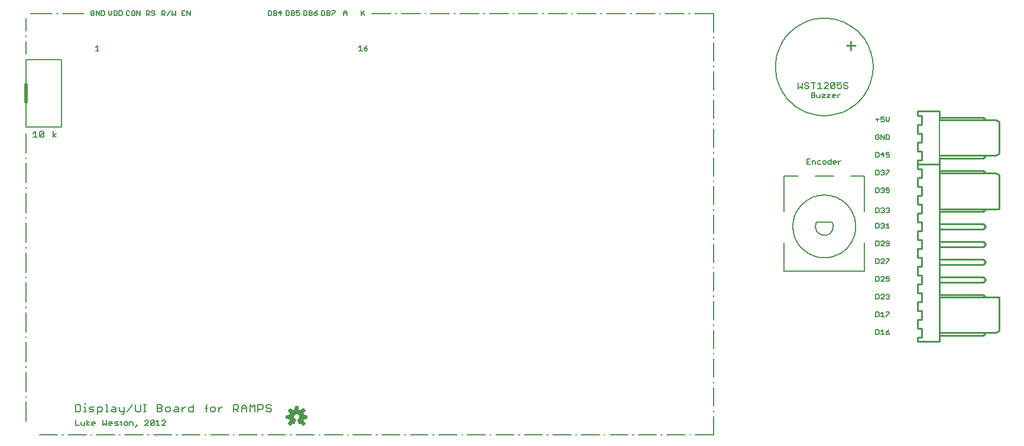
<source format=gto>
G75*
G70*
%OFA0B0*%
%FSLAX24Y24*%
%IPPOS*%
%LPD*%
%AMOC8*
5,1,8,0,0,1.08239X$1,22.5*
%
%ADD10C,0.0200*%
%ADD11C,0.0080*%
%ADD12C,0.0050*%
%ADD13C,0.0100*%
%ADD14C,0.0060*%
%ADD15C,0.0059*%
D10*
X000930Y019680D02*
X000930Y020680D01*
D11*
X001680Y000930D02*
X002697Y000930D01*
X002967Y000930D02*
X003018Y000930D01*
X003288Y000930D02*
X004305Y000930D01*
X004575Y000930D02*
X004626Y000930D01*
X004896Y000930D02*
X005913Y000930D01*
X006183Y000930D02*
X006234Y000930D01*
X006504Y000930D02*
X007521Y000930D01*
X007791Y000930D02*
X007842Y000930D01*
X008112Y000930D02*
X009129Y000930D01*
X009399Y000930D02*
X009450Y000930D01*
X009720Y000930D02*
X010737Y000930D01*
X011007Y000930D02*
X011058Y000930D01*
X011328Y000930D02*
X012345Y000930D01*
X012615Y000930D02*
X012666Y000930D01*
X012936Y000930D02*
X013953Y000930D01*
X014223Y000930D02*
X014274Y000930D01*
X014544Y000930D02*
X015561Y000930D01*
X015831Y000930D02*
X015882Y000930D01*
X016151Y000930D02*
X017169Y000930D01*
X017439Y000930D02*
X017490Y000930D01*
X017759Y000930D02*
X018777Y000930D01*
X019047Y000930D02*
X019098Y000930D01*
X019367Y000930D02*
X020385Y000930D01*
X020654Y000930D02*
X020706Y000930D01*
X020975Y000930D02*
X021993Y000930D01*
X022262Y000930D02*
X022313Y000930D01*
X022583Y000930D02*
X023601Y000930D01*
X023870Y000930D02*
X023921Y000930D01*
X024191Y000930D02*
X025209Y000930D01*
X025478Y000930D02*
X025529Y000930D01*
X025799Y000930D02*
X026816Y000930D01*
X027086Y000930D02*
X027137Y000930D01*
X027407Y000930D02*
X028424Y000930D01*
X028694Y000930D02*
X028745Y000930D01*
X029015Y000930D02*
X030032Y000930D01*
X030302Y000930D02*
X030353Y000930D01*
X030623Y000930D02*
X031640Y000930D01*
X031910Y000930D02*
X031961Y000930D01*
X032231Y000930D02*
X033248Y000930D01*
X033518Y000930D02*
X033569Y000930D01*
X033839Y000930D02*
X034856Y000930D01*
X035126Y000930D02*
X035177Y000930D01*
X035447Y000930D02*
X036464Y000930D01*
X036734Y000930D02*
X036785Y000930D01*
X037055Y000930D02*
X038072Y000930D01*
X038342Y000930D02*
X038393Y000930D01*
X038663Y000930D02*
X039680Y000930D01*
X039680Y001962D01*
X039680Y002232D02*
X039680Y002283D01*
X039680Y002553D02*
X039680Y003585D01*
X039680Y003855D02*
X039680Y003906D01*
X039680Y004175D02*
X039680Y005208D01*
X039680Y005477D02*
X039680Y005528D01*
X039680Y005798D02*
X039680Y006830D01*
X039680Y007100D02*
X039680Y007151D01*
X039680Y007421D02*
X039680Y008453D01*
X039680Y008723D02*
X039680Y008774D01*
X039680Y009044D02*
X039680Y010076D01*
X039680Y010345D02*
X039680Y010396D01*
X039680Y010666D02*
X039680Y011698D01*
X039680Y011968D02*
X039680Y012019D01*
X039680Y012289D02*
X039680Y013321D01*
X039680Y013591D02*
X039680Y013642D01*
X039680Y013912D02*
X039680Y014944D01*
X039680Y015214D02*
X039680Y015265D01*
X039680Y015534D02*
X039680Y016566D01*
X039680Y016836D02*
X039680Y016887D01*
X039680Y017157D02*
X039680Y018189D01*
X039680Y018459D02*
X039680Y018510D01*
X039680Y018780D02*
X039680Y019812D01*
X039680Y020082D02*
X039680Y020133D01*
X039680Y020402D02*
X039680Y021435D01*
X039680Y021704D02*
X039680Y021755D01*
X039680Y022025D02*
X039680Y023057D01*
X039680Y023327D02*
X039680Y023378D01*
X039680Y023648D02*
X039680Y024680D01*
X038617Y024680D01*
X038347Y024680D02*
X038296Y024680D01*
X038027Y024680D02*
X036964Y024680D01*
X036694Y024680D02*
X036643Y024680D01*
X036373Y024680D02*
X035310Y024680D01*
X035041Y024680D02*
X034990Y024680D01*
X034720Y024680D02*
X033657Y024680D01*
X033387Y024680D02*
X033336Y024680D01*
X033066Y024680D02*
X032004Y024680D01*
X031734Y024680D02*
X031683Y024680D01*
X031413Y024680D02*
X030350Y024680D01*
X030081Y024680D02*
X030029Y024680D01*
X029760Y024680D02*
X028697Y024680D01*
X028427Y024680D02*
X028376Y024680D01*
X028106Y024680D02*
X027044Y024680D01*
X026774Y024680D02*
X026723Y024680D01*
X026453Y024680D02*
X025390Y024680D01*
X025120Y024680D02*
X025069Y024680D01*
X024800Y024680D02*
X023737Y024680D01*
X023467Y024680D02*
X023416Y024680D01*
X023146Y024680D02*
X022083Y024680D01*
X021814Y024680D02*
X021763Y024680D01*
X021493Y024680D02*
X020430Y024680D01*
X004180Y024680D02*
X002975Y024680D01*
X002706Y024680D02*
X002654Y024680D01*
X002385Y024680D02*
X001180Y024680D01*
X000930Y024430D02*
X000930Y023725D01*
X000930Y023456D02*
X000930Y023404D01*
X000930Y023135D02*
X000930Y022430D01*
X000930Y017930D02*
X000930Y016836D01*
X000930Y016567D02*
X000930Y016516D01*
X000930Y016246D02*
X000930Y015152D01*
X000930Y014883D02*
X000930Y014832D01*
X000930Y014562D02*
X000930Y013468D01*
X000930Y013199D02*
X000930Y013148D01*
X000930Y012878D02*
X000930Y011784D01*
X000930Y011515D02*
X000930Y011464D01*
X000930Y011194D02*
X000930Y010100D01*
X000930Y009831D02*
X000930Y009779D01*
X000930Y009510D02*
X000930Y008416D01*
X000930Y008146D02*
X000930Y008095D01*
X000930Y007826D02*
X000930Y006732D01*
X000930Y006462D02*
X000930Y006411D01*
X000930Y006142D02*
X000930Y005048D01*
X000930Y004778D02*
X000930Y004727D01*
X000930Y004458D02*
X000930Y003364D01*
X000930Y003094D02*
X000930Y003043D01*
X000930Y002774D02*
X000930Y001680D01*
X003720Y002220D02*
X003930Y002220D01*
X004000Y002290D01*
X004000Y002570D01*
X003930Y002640D01*
X003720Y002640D01*
X003720Y002220D01*
X004180Y002220D02*
X004321Y002220D01*
X004250Y002220D02*
X004250Y002500D01*
X004180Y002500D01*
X004250Y002640D02*
X004250Y002710D01*
X004487Y002430D02*
X004557Y002500D01*
X004768Y002500D01*
X004698Y002360D02*
X004557Y002360D01*
X004487Y002430D01*
X004487Y002220D02*
X004698Y002220D01*
X004768Y002290D01*
X004698Y002360D01*
X004948Y002220D02*
X005158Y002220D01*
X005228Y002290D01*
X005228Y002430D01*
X005158Y002500D01*
X004948Y002500D01*
X004948Y002080D01*
X005408Y002220D02*
X005548Y002220D01*
X005478Y002220D02*
X005478Y002640D01*
X005408Y002640D01*
X005785Y002500D02*
X005925Y002500D01*
X005995Y002430D01*
X005995Y002220D01*
X005785Y002220D01*
X005715Y002290D01*
X005785Y002360D01*
X005995Y002360D01*
X006175Y002290D02*
X006245Y002220D01*
X006456Y002220D01*
X006456Y002150D02*
X006386Y002080D01*
X006316Y002080D01*
X006456Y002150D02*
X006456Y002500D01*
X006175Y002500D02*
X006175Y002290D01*
X006636Y002220D02*
X006916Y002640D01*
X007096Y002640D02*
X007096Y002290D01*
X007166Y002220D01*
X007306Y002220D01*
X007376Y002290D01*
X007376Y002640D01*
X007557Y002640D02*
X007697Y002640D01*
X007627Y002640D02*
X007627Y002220D01*
X007557Y002220D02*
X007697Y002220D01*
X008324Y002220D02*
X008534Y002220D01*
X008604Y002290D01*
X008604Y002360D01*
X008534Y002430D01*
X008324Y002430D01*
X008324Y002220D02*
X008324Y002640D01*
X008534Y002640D01*
X008604Y002570D01*
X008604Y002500D01*
X008534Y002430D01*
X008784Y002430D02*
X008784Y002290D01*
X008854Y002220D01*
X008994Y002220D01*
X009065Y002290D01*
X009065Y002430D01*
X008994Y002500D01*
X008854Y002500D01*
X008784Y002430D01*
X009245Y002290D02*
X009315Y002360D01*
X009525Y002360D01*
X009525Y002430D02*
X009525Y002220D01*
X009315Y002220D01*
X009245Y002290D01*
X009315Y002500D02*
X009455Y002500D01*
X009525Y002430D01*
X009705Y002360D02*
X009845Y002500D01*
X009915Y002500D01*
X010089Y002430D02*
X010089Y002290D01*
X010159Y002220D01*
X010369Y002220D01*
X010369Y002640D01*
X010369Y002500D02*
X010159Y002500D01*
X010089Y002430D01*
X009705Y002500D02*
X009705Y002220D01*
X011010Y002430D02*
X011150Y002430D01*
X011080Y002570D02*
X011150Y002640D01*
X011080Y002570D02*
X011080Y002220D01*
X011316Y002290D02*
X011316Y002430D01*
X011387Y002500D01*
X011527Y002500D01*
X011597Y002430D01*
X011597Y002290D01*
X011527Y002220D01*
X011387Y002220D01*
X011316Y002290D01*
X011777Y002220D02*
X011777Y002500D01*
X011777Y002360D02*
X011917Y002500D01*
X011987Y002500D01*
X012621Y002360D02*
X012831Y002360D01*
X012901Y002430D01*
X012901Y002570D01*
X012831Y002640D01*
X012621Y002640D01*
X012621Y002220D01*
X012761Y002360D02*
X012901Y002220D01*
X013081Y002220D02*
X013081Y002500D01*
X013221Y002640D01*
X013362Y002500D01*
X013362Y002220D01*
X013542Y002220D02*
X013542Y002640D01*
X013682Y002500D01*
X013822Y002640D01*
X013822Y002220D01*
X014002Y002220D02*
X014002Y002640D01*
X014212Y002640D01*
X014282Y002570D01*
X014282Y002430D01*
X014212Y002360D01*
X014002Y002360D01*
X014462Y002290D02*
X014533Y002220D01*
X014673Y002220D01*
X014743Y002290D01*
X014743Y002360D01*
X014673Y002430D01*
X014533Y002430D01*
X014462Y002500D01*
X014462Y002570D01*
X014533Y002640D01*
X014673Y002640D01*
X014743Y002570D01*
X013362Y002430D02*
X013081Y002430D01*
X043666Y010160D02*
X043666Y011765D01*
X045497Y012926D02*
X046363Y012926D01*
X044162Y012680D02*
X044164Y012767D01*
X044171Y012853D01*
X044181Y012939D01*
X044196Y013025D01*
X044215Y013110D01*
X044238Y013193D01*
X044265Y013276D01*
X044297Y013357D01*
X044332Y013436D01*
X044371Y013513D01*
X044414Y013589D01*
X044460Y013662D01*
X044510Y013733D01*
X044563Y013802D01*
X044620Y013867D01*
X044680Y013930D01*
X044743Y013990D01*
X044808Y014047D01*
X044877Y014100D01*
X044948Y014150D01*
X045021Y014196D01*
X045097Y014239D01*
X045174Y014278D01*
X045253Y014313D01*
X045334Y014345D01*
X045417Y014372D01*
X045500Y014395D01*
X045585Y014414D01*
X045671Y014429D01*
X045757Y014439D01*
X045843Y014446D01*
X045930Y014448D01*
X046017Y014446D01*
X046103Y014439D01*
X046189Y014429D01*
X046275Y014414D01*
X046360Y014395D01*
X046443Y014372D01*
X046526Y014345D01*
X046607Y014313D01*
X046686Y014278D01*
X046763Y014239D01*
X046839Y014196D01*
X046912Y014150D01*
X046983Y014100D01*
X047052Y014047D01*
X047117Y013990D01*
X047180Y013930D01*
X047240Y013867D01*
X047297Y013802D01*
X047350Y013733D01*
X047400Y013662D01*
X047446Y013589D01*
X047489Y013513D01*
X047528Y013436D01*
X047563Y013357D01*
X047595Y013276D01*
X047622Y013193D01*
X047645Y013110D01*
X047664Y013025D01*
X047679Y012939D01*
X047689Y012853D01*
X047696Y012767D01*
X047698Y012680D01*
X047696Y012593D01*
X047689Y012507D01*
X047679Y012421D01*
X047664Y012335D01*
X047645Y012250D01*
X047622Y012167D01*
X047595Y012084D01*
X047563Y012003D01*
X047528Y011924D01*
X047489Y011847D01*
X047446Y011771D01*
X047400Y011698D01*
X047350Y011627D01*
X047297Y011558D01*
X047240Y011493D01*
X047180Y011430D01*
X047117Y011370D01*
X047052Y011313D01*
X046983Y011260D01*
X046912Y011210D01*
X046839Y011164D01*
X046763Y011121D01*
X046686Y011082D01*
X046607Y011047D01*
X046526Y011015D01*
X046443Y010988D01*
X046360Y010965D01*
X046275Y010946D01*
X046189Y010931D01*
X046103Y010921D01*
X046017Y010914D01*
X045930Y010912D01*
X045843Y010914D01*
X045757Y010921D01*
X045671Y010931D01*
X045585Y010946D01*
X045500Y010965D01*
X045417Y010988D01*
X045334Y011015D01*
X045253Y011047D01*
X045174Y011082D01*
X045097Y011121D01*
X045021Y011164D01*
X044948Y011210D01*
X044877Y011260D01*
X044808Y011313D01*
X044743Y011370D01*
X044680Y011430D01*
X044620Y011493D01*
X044563Y011558D01*
X044510Y011627D01*
X044460Y011698D01*
X044414Y011771D01*
X044371Y011847D01*
X044332Y011924D01*
X044297Y012003D01*
X044265Y012084D01*
X044238Y012167D01*
X044215Y012250D01*
X044196Y012335D01*
X044181Y012421D01*
X044171Y012507D01*
X044164Y012593D01*
X044162Y012680D01*
X043666Y013535D02*
X043666Y015515D01*
X044444Y015515D01*
X045416Y015515D02*
X046444Y015515D01*
X047416Y015515D02*
X048194Y015515D01*
X048194Y013535D01*
X046363Y012926D02*
X046383Y012887D01*
X046399Y012847D01*
X046412Y012806D01*
X046421Y012764D01*
X046426Y012721D01*
X046428Y012677D01*
X046426Y012634D01*
X046420Y012591D01*
X046410Y012549D01*
X046397Y012508D01*
X046381Y012468D01*
X046360Y012430D01*
X046337Y012393D01*
X046311Y012359D01*
X046281Y012327D01*
X046249Y012298D01*
X046215Y012271D01*
X046178Y012248D01*
X046140Y012228D01*
X046100Y012212D01*
X046058Y012199D01*
X046016Y012190D01*
X045973Y012184D01*
X045930Y012182D01*
X045887Y012184D01*
X045844Y012190D01*
X045802Y012199D01*
X045760Y012212D01*
X045720Y012228D01*
X045682Y012248D01*
X045645Y012271D01*
X045611Y012298D01*
X045579Y012327D01*
X045549Y012359D01*
X045523Y012393D01*
X045500Y012430D01*
X045479Y012468D01*
X045463Y012508D01*
X045450Y012549D01*
X045440Y012591D01*
X045434Y012634D01*
X045432Y012677D01*
X045434Y012721D01*
X045439Y012764D01*
X045448Y012806D01*
X045461Y012847D01*
X045477Y012887D01*
X045497Y012926D01*
X048194Y011765D02*
X048194Y010160D01*
X043666Y010160D01*
D12*
X048830Y009850D02*
X048830Y009580D01*
X048965Y009580D01*
X049010Y009625D01*
X049010Y009805D01*
X048965Y009850D01*
X048830Y009850D01*
X049125Y009805D02*
X049170Y009850D01*
X049260Y009850D01*
X049305Y009805D01*
X049305Y009760D01*
X049125Y009580D01*
X049305Y009580D01*
X049419Y009625D02*
X049464Y009580D01*
X049554Y009580D01*
X049599Y009625D01*
X049599Y009715D01*
X049554Y009760D01*
X049509Y009760D01*
X049419Y009715D01*
X049419Y009850D01*
X049599Y009850D01*
X049419Y010580D02*
X049419Y010625D01*
X049599Y010805D01*
X049599Y010850D01*
X049419Y010850D01*
X049305Y010805D02*
X049260Y010850D01*
X049170Y010850D01*
X049125Y010805D01*
X049010Y010805D02*
X048965Y010850D01*
X048830Y010850D01*
X048830Y010580D01*
X048965Y010580D01*
X049010Y010625D01*
X049010Y010805D01*
X049125Y010580D02*
X049305Y010760D01*
X049305Y010805D01*
X049305Y010580D02*
X049125Y010580D01*
X049125Y011580D02*
X049305Y011760D01*
X049305Y011805D01*
X049260Y011850D01*
X049170Y011850D01*
X049125Y011805D01*
X049010Y011805D02*
X048965Y011850D01*
X048830Y011850D01*
X048830Y011580D01*
X048965Y011580D01*
X049010Y011625D01*
X049010Y011805D01*
X049125Y011580D02*
X049305Y011580D01*
X049419Y011625D02*
X049464Y011580D01*
X049554Y011580D01*
X049599Y011625D01*
X049599Y011805D01*
X049554Y011850D01*
X049464Y011850D01*
X049419Y011805D01*
X049419Y011760D01*
X049464Y011715D01*
X049599Y011715D01*
X049599Y012580D02*
X049419Y012580D01*
X049509Y012580D02*
X049509Y012850D01*
X049419Y012760D01*
X049305Y012760D02*
X049260Y012715D01*
X049305Y012670D01*
X049305Y012625D01*
X049260Y012580D01*
X049170Y012580D01*
X049125Y012625D01*
X049010Y012625D02*
X049010Y012805D01*
X048965Y012850D01*
X048830Y012850D01*
X048830Y012580D01*
X048965Y012580D01*
X049010Y012625D01*
X049125Y012805D02*
X049170Y012850D01*
X049260Y012850D01*
X049305Y012805D01*
X049305Y012760D01*
X049260Y012715D02*
X049215Y012715D01*
X049260Y013455D02*
X049170Y013455D01*
X049125Y013500D01*
X049010Y013500D02*
X049010Y013680D01*
X048965Y013725D01*
X048830Y013725D01*
X048830Y013455D01*
X048965Y013455D01*
X049010Y013500D01*
X049125Y013680D02*
X049170Y013725D01*
X049260Y013725D01*
X049305Y013680D01*
X049305Y013635D01*
X049260Y013590D01*
X049305Y013545D01*
X049305Y013500D01*
X049260Y013455D01*
X049260Y013590D02*
X049215Y013590D01*
X049419Y013500D02*
X049464Y013455D01*
X049554Y013455D01*
X049599Y013500D01*
X049599Y013545D01*
X049554Y013590D01*
X049509Y013590D01*
X049554Y013590D02*
X049599Y013635D01*
X049599Y013680D01*
X049554Y013725D01*
X049464Y013725D01*
X049419Y013680D01*
X049464Y014580D02*
X049419Y014625D01*
X049464Y014580D02*
X049554Y014580D01*
X049599Y014625D01*
X049599Y014715D01*
X049554Y014760D01*
X049509Y014760D01*
X049419Y014715D01*
X049419Y014850D01*
X049599Y014850D01*
X049305Y014805D02*
X049305Y014760D01*
X049260Y014715D01*
X049305Y014670D01*
X049305Y014625D01*
X049260Y014580D01*
X049170Y014580D01*
X049125Y014625D01*
X049010Y014625D02*
X049010Y014805D01*
X048965Y014850D01*
X048830Y014850D01*
X048830Y014580D01*
X048965Y014580D01*
X049010Y014625D01*
X049125Y014805D02*
X049170Y014850D01*
X049260Y014850D01*
X049305Y014805D01*
X049260Y014715D02*
X049215Y014715D01*
X049260Y015580D02*
X049170Y015580D01*
X049125Y015625D01*
X049010Y015625D02*
X049010Y015805D01*
X048965Y015850D01*
X048830Y015850D01*
X048830Y015580D01*
X048965Y015580D01*
X049010Y015625D01*
X049125Y015805D02*
X049170Y015850D01*
X049260Y015850D01*
X049305Y015805D01*
X049305Y015760D01*
X049260Y015715D01*
X049305Y015670D01*
X049305Y015625D01*
X049260Y015580D01*
X049260Y015715D02*
X049215Y015715D01*
X049419Y015625D02*
X049599Y015805D01*
X049599Y015850D01*
X049419Y015850D01*
X049419Y015625D02*
X049419Y015580D01*
X049464Y016580D02*
X049419Y016625D01*
X049464Y016580D02*
X049554Y016580D01*
X049599Y016625D01*
X049599Y016715D01*
X049554Y016760D01*
X049509Y016760D01*
X049419Y016715D01*
X049419Y016850D01*
X049599Y016850D01*
X049305Y016715D02*
X049125Y016715D01*
X049260Y016850D01*
X049260Y016580D01*
X049010Y016625D02*
X049010Y016805D01*
X048965Y016850D01*
X048830Y016850D01*
X048830Y016580D01*
X048965Y016580D01*
X049010Y016625D01*
X048965Y017580D02*
X049010Y017625D01*
X049010Y017715D01*
X048920Y017715D01*
X048830Y017625D02*
X048875Y017580D01*
X048965Y017580D01*
X048830Y017625D02*
X048830Y017805D01*
X048875Y017850D01*
X048965Y017850D01*
X049010Y017805D01*
X049125Y017850D02*
X049125Y017580D01*
X049305Y017580D02*
X049305Y017850D01*
X049419Y017850D02*
X049554Y017850D01*
X049599Y017805D01*
X049599Y017625D01*
X049554Y017580D01*
X049419Y017580D01*
X049419Y017850D01*
X049305Y017580D02*
X049125Y017850D01*
X049170Y018580D02*
X049125Y018625D01*
X049170Y018580D02*
X049260Y018580D01*
X049305Y018625D01*
X049305Y018715D01*
X049260Y018760D01*
X049215Y018760D01*
X049125Y018715D01*
X049125Y018850D01*
X049305Y018850D01*
X049419Y018850D02*
X049419Y018670D01*
X049509Y018580D01*
X049599Y018670D01*
X049599Y018850D01*
X049010Y018715D02*
X048830Y018715D01*
X048920Y018805D02*
X048920Y018625D01*
X046813Y020135D02*
X046768Y020135D01*
X046678Y020045D01*
X046678Y019955D02*
X046678Y020135D01*
X046564Y020090D02*
X046564Y020045D01*
X046384Y020045D01*
X046384Y020000D02*
X046384Y020090D01*
X046429Y020135D01*
X046519Y020135D01*
X046564Y020090D01*
X046519Y019955D02*
X046429Y019955D01*
X046384Y020000D01*
X046269Y019955D02*
X046089Y019955D01*
X046269Y020135D01*
X046089Y020135D01*
X045974Y020135D02*
X045794Y019955D01*
X045974Y019955D01*
X045974Y020135D02*
X045794Y020135D01*
X045680Y020135D02*
X045680Y019955D01*
X045545Y019955D01*
X045500Y020000D01*
X045500Y020135D01*
X045385Y020135D02*
X045340Y020090D01*
X045205Y020090D01*
X045205Y019955D02*
X045340Y019955D01*
X045385Y020000D01*
X045385Y020045D01*
X045340Y020090D01*
X045385Y020135D02*
X045385Y020180D01*
X045340Y020225D01*
X045205Y020225D01*
X045205Y019955D01*
X052430Y018680D02*
X052430Y016530D01*
X046858Y016385D02*
X046813Y016385D01*
X046723Y016295D01*
X046723Y016205D02*
X046723Y016385D01*
X046608Y016340D02*
X046608Y016295D01*
X046428Y016295D01*
X046428Y016250D02*
X046428Y016340D01*
X046473Y016385D01*
X046563Y016385D01*
X046608Y016340D01*
X046563Y016205D02*
X046473Y016205D01*
X046428Y016250D01*
X046314Y016205D02*
X046314Y016475D01*
X046314Y016385D02*
X046179Y016385D01*
X046134Y016340D01*
X046134Y016250D01*
X046179Y016205D01*
X046314Y016205D01*
X046019Y016250D02*
X046019Y016340D01*
X045974Y016385D01*
X045884Y016385D01*
X045839Y016340D01*
X045839Y016250D01*
X045884Y016205D01*
X045974Y016205D01*
X046019Y016250D01*
X045724Y016205D02*
X045589Y016205D01*
X045544Y016250D01*
X045544Y016340D01*
X045589Y016385D01*
X045724Y016385D01*
X045430Y016340D02*
X045430Y016205D01*
X045430Y016340D02*
X045385Y016385D01*
X045250Y016385D01*
X045250Y016205D01*
X045135Y016205D02*
X044955Y016205D01*
X044955Y016475D01*
X045135Y016475D01*
X045045Y016340D02*
X044955Y016340D01*
X052430Y013660D02*
X052430Y013530D01*
X049554Y008850D02*
X049599Y008805D01*
X049599Y008760D01*
X049554Y008715D01*
X049599Y008670D01*
X049599Y008625D01*
X049554Y008580D01*
X049464Y008580D01*
X049419Y008625D01*
X049305Y008580D02*
X049125Y008580D01*
X049305Y008760D01*
X049305Y008805D01*
X049260Y008850D01*
X049170Y008850D01*
X049125Y008805D01*
X049010Y008805D02*
X048965Y008850D01*
X048830Y008850D01*
X048830Y008580D01*
X048965Y008580D01*
X049010Y008625D01*
X049010Y008805D01*
X049419Y008805D02*
X049464Y008850D01*
X049554Y008850D01*
X049554Y008715D02*
X049509Y008715D01*
X049419Y007850D02*
X049599Y007850D01*
X049599Y007805D01*
X049419Y007625D01*
X049419Y007580D01*
X049305Y007580D02*
X049125Y007580D01*
X049215Y007580D02*
X049215Y007850D01*
X049125Y007760D01*
X049010Y007805D02*
X048965Y007850D01*
X048830Y007850D01*
X048830Y007580D01*
X048965Y007580D01*
X049010Y007625D01*
X049010Y007805D01*
X048965Y006850D02*
X048830Y006850D01*
X048830Y006580D01*
X048965Y006580D01*
X049010Y006625D01*
X049010Y006805D01*
X048965Y006850D01*
X049125Y006760D02*
X049215Y006850D01*
X049215Y006580D01*
X049125Y006580D02*
X049305Y006580D01*
X049419Y006625D02*
X049464Y006580D01*
X049554Y006580D01*
X049599Y006625D01*
X049599Y006670D01*
X049554Y006715D01*
X049419Y006715D01*
X049419Y006625D01*
X049419Y006715D02*
X049509Y006805D01*
X049599Y006850D01*
X020170Y022650D02*
X020125Y022605D01*
X020035Y022605D01*
X019990Y022650D01*
X019990Y022740D01*
X020125Y022740D01*
X020170Y022695D01*
X020170Y022650D01*
X020080Y022830D02*
X019990Y022740D01*
X020080Y022830D02*
X020170Y022875D01*
X019785Y022875D02*
X019785Y022605D01*
X019695Y022605D02*
X019875Y022605D01*
X019695Y022785D02*
X019785Y022875D01*
X019830Y024580D02*
X019830Y024850D01*
X019875Y024715D02*
X020010Y024580D01*
X019830Y024670D02*
X020010Y024850D01*
X019010Y024760D02*
X019010Y024580D01*
X019010Y024715D02*
X018830Y024715D01*
X018830Y024760D02*
X018920Y024850D01*
X019010Y024760D01*
X018830Y024760D02*
X018830Y024580D01*
X018349Y024805D02*
X018349Y024850D01*
X018169Y024850D01*
X018055Y024805D02*
X018010Y024850D01*
X017875Y024850D01*
X017875Y024580D01*
X018010Y024580D01*
X018055Y024625D01*
X018055Y024670D01*
X018010Y024715D01*
X017875Y024715D01*
X018010Y024715D02*
X018055Y024760D01*
X018055Y024805D01*
X018169Y024625D02*
X018169Y024580D01*
X018169Y024625D02*
X018349Y024805D01*
X017760Y024805D02*
X017715Y024850D01*
X017580Y024850D01*
X017580Y024580D01*
X017715Y024580D01*
X017760Y024625D01*
X017760Y024805D01*
X017349Y024850D02*
X017259Y024805D01*
X017169Y024715D01*
X017304Y024715D01*
X017349Y024670D01*
X017349Y024625D01*
X017304Y024580D01*
X017214Y024580D01*
X017169Y024625D01*
X017169Y024715D01*
X017055Y024670D02*
X017055Y024625D01*
X017010Y024580D01*
X016875Y024580D01*
X016875Y024850D01*
X017010Y024850D01*
X017055Y024805D01*
X017055Y024760D01*
X017010Y024715D01*
X016875Y024715D01*
X017010Y024715D02*
X017055Y024670D01*
X016760Y024625D02*
X016760Y024805D01*
X016715Y024850D01*
X016580Y024850D01*
X016580Y024580D01*
X016715Y024580D01*
X016760Y024625D01*
X016349Y024625D02*
X016304Y024580D01*
X016214Y024580D01*
X016169Y024625D01*
X016169Y024715D02*
X016259Y024760D01*
X016304Y024760D01*
X016349Y024715D01*
X016349Y024625D01*
X016169Y024715D02*
X016169Y024850D01*
X016349Y024850D01*
X016055Y024805D02*
X016055Y024760D01*
X016010Y024715D01*
X015875Y024715D01*
X016010Y024715D02*
X016055Y024670D01*
X016055Y024625D01*
X016010Y024580D01*
X015875Y024580D01*
X015875Y024850D01*
X016010Y024850D01*
X016055Y024805D01*
X015760Y024805D02*
X015715Y024850D01*
X015580Y024850D01*
X015580Y024580D01*
X015715Y024580D01*
X015760Y024625D01*
X015760Y024805D01*
X015349Y024715D02*
X015169Y024715D01*
X015304Y024850D01*
X015304Y024580D01*
X015055Y024625D02*
X015010Y024580D01*
X014875Y024580D01*
X014875Y024850D01*
X015010Y024850D01*
X015055Y024805D01*
X015055Y024760D01*
X015010Y024715D01*
X014875Y024715D01*
X015010Y024715D02*
X015055Y024670D01*
X015055Y024625D01*
X014760Y024625D02*
X014760Y024805D01*
X014715Y024850D01*
X014580Y024850D01*
X014580Y024580D01*
X014715Y024580D01*
X014760Y024625D01*
X010180Y024580D02*
X010180Y024850D01*
X010000Y024850D02*
X010000Y024580D01*
X009885Y024580D02*
X009705Y024580D01*
X009705Y024850D01*
X009885Y024850D01*
X010000Y024850D02*
X010180Y024580D01*
X009795Y024715D02*
X009705Y024715D01*
X009349Y024580D02*
X009349Y024850D01*
X009169Y024850D02*
X009169Y024580D01*
X009259Y024670D01*
X009349Y024580D01*
X009055Y024850D02*
X008875Y024580D01*
X008760Y024580D02*
X008670Y024670D01*
X008715Y024670D02*
X008580Y024670D01*
X008580Y024580D02*
X008580Y024850D01*
X008715Y024850D01*
X008760Y024805D01*
X008760Y024715D01*
X008715Y024670D01*
X008180Y024670D02*
X008180Y024625D01*
X008135Y024580D01*
X008045Y024580D01*
X008000Y024625D01*
X008045Y024715D02*
X008135Y024715D01*
X008180Y024670D01*
X008180Y024805D02*
X008135Y024850D01*
X008045Y024850D01*
X008000Y024805D01*
X008000Y024760D01*
X008045Y024715D01*
X007885Y024715D02*
X007840Y024670D01*
X007705Y024670D01*
X007705Y024580D02*
X007705Y024850D01*
X007840Y024850D01*
X007885Y024805D01*
X007885Y024715D01*
X007795Y024670D02*
X007885Y024580D01*
X007349Y024580D02*
X007349Y024850D01*
X007169Y024850D02*
X007169Y024580D01*
X007055Y024625D02*
X007055Y024805D01*
X007010Y024850D01*
X006920Y024850D01*
X006875Y024805D01*
X006875Y024625D01*
X006920Y024580D01*
X007010Y024580D01*
X007055Y024625D01*
X007169Y024850D02*
X007349Y024580D01*
X006760Y024625D02*
X006715Y024580D01*
X006625Y024580D01*
X006580Y024625D01*
X006580Y024805D01*
X006625Y024850D01*
X006715Y024850D01*
X006760Y024805D01*
X006349Y024805D02*
X006304Y024850D01*
X006169Y024850D01*
X006169Y024580D01*
X006304Y024580D01*
X006349Y024625D01*
X006349Y024805D01*
X006055Y024805D02*
X006010Y024850D01*
X005875Y024850D01*
X005875Y024580D01*
X006010Y024580D01*
X006055Y024625D01*
X006055Y024805D01*
X005760Y024850D02*
X005760Y024670D01*
X005670Y024580D01*
X005580Y024670D01*
X005580Y024850D01*
X005349Y024805D02*
X005304Y024850D01*
X005169Y024850D01*
X005169Y024580D01*
X005304Y024580D01*
X005349Y024625D01*
X005349Y024805D01*
X005055Y024850D02*
X005055Y024580D01*
X004875Y024850D01*
X004875Y024580D01*
X004760Y024625D02*
X004760Y024715D01*
X004670Y024715D01*
X004580Y024625D02*
X004625Y024580D01*
X004715Y024580D01*
X004760Y024625D01*
X004580Y024625D02*
X004580Y024805D01*
X004625Y024850D01*
X004715Y024850D01*
X004760Y024805D01*
X004945Y022875D02*
X004945Y022605D01*
X004855Y022605D02*
X005035Y022605D01*
X004855Y022785D02*
X004945Y022875D01*
X005263Y001755D02*
X005263Y001455D01*
X005363Y001555D01*
X005463Y001455D01*
X005463Y001755D01*
X005585Y001605D02*
X005635Y001655D01*
X005735Y001655D01*
X005785Y001605D01*
X005785Y001555D01*
X005585Y001555D01*
X005585Y001505D02*
X005585Y001605D01*
X005585Y001505D02*
X005635Y001455D01*
X005735Y001455D01*
X005907Y001455D02*
X006057Y001455D01*
X006107Y001505D01*
X006057Y001555D01*
X005957Y001555D01*
X005907Y001605D01*
X005957Y001655D01*
X006107Y001655D01*
X006229Y001655D02*
X006330Y001655D01*
X006280Y001705D02*
X006280Y001505D01*
X006330Y001455D01*
X006444Y001505D02*
X006494Y001455D01*
X006594Y001455D01*
X006645Y001505D01*
X006645Y001605D01*
X006594Y001655D01*
X006494Y001655D01*
X006444Y001605D01*
X006444Y001505D01*
X006767Y001455D02*
X006767Y001655D01*
X006917Y001655D01*
X006967Y001605D01*
X006967Y001455D01*
X007089Y001355D02*
X007189Y001455D01*
X007139Y001455D01*
X007139Y001505D01*
X007189Y001505D01*
X007189Y001455D01*
X007626Y001455D02*
X007826Y001655D01*
X007826Y001705D01*
X007776Y001755D01*
X007676Y001755D01*
X007626Y001705D01*
X007626Y001455D02*
X007826Y001455D01*
X007948Y001505D02*
X008148Y001705D01*
X008148Y001505D01*
X008098Y001455D01*
X007998Y001455D01*
X007948Y001505D01*
X007948Y001705D01*
X007998Y001755D01*
X008098Y001755D01*
X008148Y001705D01*
X008271Y001655D02*
X008371Y001755D01*
X008371Y001455D01*
X008271Y001455D02*
X008471Y001455D01*
X008593Y001455D02*
X008793Y001655D01*
X008793Y001705D01*
X008743Y001755D01*
X008643Y001755D01*
X008593Y001705D01*
X008593Y001455D02*
X008793Y001455D01*
X004818Y001555D02*
X004618Y001555D01*
X004618Y001505D02*
X004618Y001605D01*
X004668Y001655D01*
X004768Y001655D01*
X004818Y001605D01*
X004818Y001555D01*
X004768Y001455D02*
X004668Y001455D01*
X004618Y001505D01*
X004500Y001455D02*
X004350Y001555D01*
X004500Y001655D01*
X004350Y001755D02*
X004350Y001455D01*
X004227Y001455D02*
X004227Y001655D01*
X004027Y001655D02*
X004027Y001505D01*
X004077Y001455D01*
X004227Y001455D01*
X003905Y001455D02*
X003705Y001455D01*
X003705Y001755D01*
D13*
X047430Y022630D02*
X047430Y023130D01*
X047180Y022880D02*
X047680Y022880D01*
X051180Y019180D02*
X051180Y018930D01*
X051430Y018930D01*
X051430Y018430D01*
X051180Y018430D01*
X051180Y017930D01*
X051430Y017930D01*
X051430Y017430D01*
X051180Y017430D01*
X051180Y016930D01*
X051430Y016930D01*
X051430Y016430D01*
X051180Y016430D01*
X051180Y016180D01*
X052430Y016180D01*
X052430Y016530D01*
X054880Y016530D01*
X055020Y016660D01*
X055580Y016680D02*
X055780Y016780D01*
X055780Y017200D01*
X055780Y017160D02*
X055780Y018580D01*
X055580Y018680D01*
X052430Y018680D01*
X052430Y019180D01*
X051180Y019180D01*
X052430Y018830D02*
X054880Y018830D01*
X055020Y018700D01*
X055580Y016680D02*
X052430Y016680D01*
X052430Y016180D02*
X051180Y016180D01*
X051180Y015930D01*
X051430Y015930D01*
X051430Y015430D01*
X051180Y015430D01*
X051180Y014930D01*
X051430Y014930D01*
X051430Y014430D01*
X051180Y014430D01*
X051180Y013930D01*
X051430Y013930D01*
X051430Y013430D01*
X051180Y013430D01*
X051180Y012930D01*
X051430Y012930D01*
X051430Y012430D01*
X051180Y012430D01*
X051180Y011930D01*
X051430Y011930D01*
X051430Y011430D01*
X051180Y011430D01*
X051180Y010930D01*
X051430Y010930D01*
X051430Y010430D01*
X051180Y010430D01*
X051180Y009930D01*
X051430Y009930D01*
X051430Y009430D01*
X051180Y009430D01*
X051180Y008930D01*
X051430Y008930D01*
X051430Y008430D01*
X051180Y008430D01*
X051180Y007930D01*
X051430Y007930D01*
X051430Y007430D01*
X051180Y007430D01*
X051180Y006930D01*
X051430Y006930D01*
X051430Y006430D01*
X051180Y006430D01*
X051180Y006180D01*
X052430Y006180D01*
X052430Y006530D01*
X054880Y006530D01*
X055020Y006660D01*
X055580Y006680D02*
X055780Y006780D01*
X055780Y008700D01*
X052430Y008700D01*
X052430Y008830D02*
X054880Y008830D01*
X055020Y008700D01*
X054880Y009530D02*
X055020Y009660D01*
X055020Y009700D02*
X054880Y009830D01*
X052430Y009830D01*
X052430Y009530D02*
X054880Y009530D01*
X054880Y010530D02*
X055020Y010660D01*
X055020Y010700D02*
X054880Y010830D01*
X052430Y010830D01*
X052430Y010530D02*
X054880Y010530D01*
X054880Y011530D02*
X055020Y011660D01*
X055020Y011700D02*
X054880Y011830D01*
X052430Y011830D01*
X052430Y011530D02*
X054880Y011530D01*
X054880Y012530D02*
X055020Y012660D01*
X055020Y012700D02*
X054880Y012830D01*
X052430Y012830D01*
X052430Y012530D02*
X054880Y012530D01*
X054880Y013530D02*
X055020Y013660D01*
X052430Y013660D01*
X052430Y015680D01*
X055580Y015680D01*
X055780Y015580D01*
X055780Y013660D01*
X055020Y013660D01*
X054880Y013530D02*
X052430Y013530D01*
X052430Y012530D01*
X052430Y011530D01*
X052430Y010530D01*
X052430Y009530D01*
X052430Y006530D01*
X052430Y006680D02*
X055580Y006680D01*
X055020Y015700D02*
X054880Y015830D01*
X052430Y015830D01*
X052430Y015680D02*
X052430Y016180D01*
D14*
X047265Y020517D02*
X047208Y020460D01*
X047095Y020460D01*
X047038Y020517D01*
X047095Y020630D02*
X047208Y020630D01*
X047265Y020573D01*
X047265Y020517D01*
X047095Y020630D02*
X047038Y020687D01*
X047038Y020744D01*
X047095Y020800D01*
X047208Y020800D01*
X047265Y020744D01*
X046897Y020800D02*
X046670Y020800D01*
X046670Y020630D01*
X046783Y020687D01*
X046840Y020687D01*
X046897Y020630D01*
X046897Y020517D01*
X046840Y020460D01*
X046727Y020460D01*
X046670Y020517D01*
X046528Y020517D02*
X046472Y020460D01*
X046358Y020460D01*
X046302Y020517D01*
X046528Y020744D01*
X046528Y020517D01*
X046302Y020517D02*
X046302Y020744D01*
X046358Y020800D01*
X046472Y020800D01*
X046528Y020744D01*
X046160Y020744D02*
X046160Y020687D01*
X045933Y020460D01*
X046160Y020460D01*
X046160Y020744D02*
X046103Y020800D01*
X045990Y020800D01*
X045933Y020744D01*
X045678Y020800D02*
X045678Y020460D01*
X045565Y020460D02*
X045792Y020460D01*
X045565Y020687D02*
X045678Y020800D01*
X045423Y020800D02*
X045197Y020800D01*
X045310Y020800D02*
X045310Y020460D01*
X045055Y020517D02*
X044998Y020460D01*
X044885Y020460D01*
X044828Y020517D01*
X044885Y020630D02*
X044998Y020630D01*
X045055Y020573D01*
X045055Y020517D01*
X044885Y020630D02*
X044828Y020687D01*
X044828Y020744D01*
X044885Y020800D01*
X044998Y020800D01*
X045055Y020744D01*
X044687Y020800D02*
X044687Y020460D01*
X044573Y020573D01*
X044460Y020460D01*
X044460Y020800D01*
X043180Y021680D02*
X043183Y021815D01*
X043193Y021950D01*
X043210Y022084D01*
X043233Y022216D01*
X043262Y022348D01*
X043298Y022478D01*
X043341Y022606D01*
X043389Y022732D01*
X043444Y022856D01*
X043505Y022976D01*
X043571Y023094D01*
X043643Y023208D01*
X043721Y023318D01*
X043804Y023425D01*
X043892Y023527D01*
X043985Y023625D01*
X044083Y023718D01*
X044185Y023806D01*
X044292Y023889D01*
X044402Y023967D01*
X044516Y024039D01*
X044634Y024105D01*
X044754Y024166D01*
X044878Y024221D01*
X045004Y024269D01*
X045132Y024312D01*
X045262Y024348D01*
X045394Y024377D01*
X045526Y024400D01*
X045660Y024417D01*
X045795Y024427D01*
X045930Y024430D01*
X046065Y024427D01*
X046200Y024417D01*
X046334Y024400D01*
X046466Y024377D01*
X046598Y024348D01*
X046728Y024312D01*
X046856Y024269D01*
X046982Y024221D01*
X047106Y024166D01*
X047226Y024105D01*
X047344Y024039D01*
X047458Y023967D01*
X047568Y023889D01*
X047675Y023806D01*
X047777Y023718D01*
X047875Y023625D01*
X047968Y023527D01*
X048056Y023425D01*
X048139Y023318D01*
X048217Y023208D01*
X048289Y023094D01*
X048355Y022976D01*
X048416Y022856D01*
X048471Y022732D01*
X048519Y022606D01*
X048562Y022478D01*
X048598Y022348D01*
X048627Y022216D01*
X048650Y022084D01*
X048667Y021950D01*
X048677Y021815D01*
X048680Y021680D01*
X048677Y021545D01*
X048667Y021410D01*
X048650Y021276D01*
X048627Y021144D01*
X048598Y021012D01*
X048562Y020882D01*
X048519Y020754D01*
X048471Y020628D01*
X048416Y020504D01*
X048355Y020384D01*
X048289Y020266D01*
X048217Y020152D01*
X048139Y020042D01*
X048056Y019935D01*
X047968Y019833D01*
X047875Y019735D01*
X047777Y019642D01*
X047675Y019554D01*
X047568Y019471D01*
X047458Y019393D01*
X047344Y019321D01*
X047226Y019255D01*
X047106Y019194D01*
X046982Y019139D01*
X046856Y019091D01*
X046728Y019048D01*
X046598Y019012D01*
X046466Y018983D01*
X046334Y018960D01*
X046200Y018943D01*
X046065Y018933D01*
X045930Y018930D01*
X045795Y018933D01*
X045660Y018943D01*
X045526Y018960D01*
X045394Y018983D01*
X045262Y019012D01*
X045132Y019048D01*
X045004Y019091D01*
X044878Y019139D01*
X044754Y019194D01*
X044634Y019255D01*
X044516Y019321D01*
X044402Y019393D01*
X044292Y019471D01*
X044185Y019554D01*
X044083Y019642D01*
X043985Y019735D01*
X043892Y019833D01*
X043804Y019935D01*
X043721Y020042D01*
X043643Y020152D01*
X043571Y020266D01*
X043505Y020384D01*
X043444Y020504D01*
X043389Y020628D01*
X043341Y020754D01*
X043298Y020882D01*
X043262Y021012D01*
X043233Y021144D01*
X043210Y021276D01*
X043193Y021410D01*
X043183Y021545D01*
X043180Y021680D01*
X002930Y022080D02*
X002930Y018280D01*
X000930Y018280D01*
X000930Y022080D01*
X002930Y022080D01*
X002440Y018050D02*
X002440Y017710D01*
X002440Y017823D02*
X002610Y017937D01*
X002440Y017823D02*
X002610Y017710D01*
X001930Y017767D02*
X001930Y017994D01*
X001703Y017767D01*
X001760Y017710D01*
X001873Y017710D01*
X001930Y017767D01*
X001930Y017994D02*
X001873Y018050D01*
X001760Y018050D01*
X001703Y017994D01*
X001703Y017767D01*
X001562Y017710D02*
X001335Y017710D01*
X001448Y017710D02*
X001448Y018050D01*
X001335Y017937D01*
D15*
X015816Y002395D02*
X015715Y002294D01*
X015836Y002145D01*
X015805Y002085D01*
X015784Y002021D01*
X015594Y002002D01*
X015594Y001858D01*
X015784Y001839D01*
X015805Y001775D01*
X015836Y001715D01*
X015715Y001566D01*
X015816Y001465D01*
X015965Y001586D01*
X016025Y001555D01*
X016109Y001759D01*
X016072Y001781D01*
X016040Y001810D01*
X016016Y001846D01*
X016001Y001887D01*
X015995Y001930D01*
X016001Y001974D01*
X016016Y002015D01*
X016041Y002052D01*
X016074Y002081D01*
X016113Y002102D01*
X016156Y002113D01*
X016200Y002113D01*
X016243Y002103D01*
X016282Y002083D01*
X016316Y002055D01*
X016342Y002019D01*
X016358Y001978D01*
X016364Y001934D01*
X016360Y001890D01*
X016345Y001848D01*
X016321Y001811D01*
X016289Y001781D01*
X016251Y001759D01*
X016335Y001555D01*
X016395Y001586D01*
X016544Y001465D01*
X016645Y001566D01*
X016524Y001715D01*
X016555Y001775D01*
X016576Y001839D01*
X016766Y001858D01*
X016766Y002002D01*
X016576Y002021D01*
X016555Y002085D01*
X016524Y002145D01*
X016645Y002294D01*
X016544Y002395D01*
X016395Y002274D01*
X016335Y002305D01*
X016271Y002326D01*
X016252Y002516D01*
X016108Y002516D01*
X016089Y002326D01*
X016025Y002305D01*
X015965Y002274D01*
X015816Y002395D01*
X015770Y002349D02*
X015873Y002349D01*
X015944Y002292D02*
X015716Y002292D01*
X015763Y002234D02*
X016597Y002234D01*
X016644Y002292D02*
X016416Y002292D01*
X016362Y002292D02*
X015998Y002292D01*
X016091Y002349D02*
X016269Y002349D01*
X016263Y002407D02*
X016097Y002407D01*
X016103Y002464D02*
X016257Y002464D01*
X016487Y002349D02*
X016590Y002349D01*
X016550Y002176D02*
X015810Y002176D01*
X015822Y002119D02*
X016538Y002119D01*
X016563Y002061D02*
X016308Y002061D01*
X016348Y002004D02*
X016748Y002004D01*
X016766Y001946D02*
X016363Y001946D01*
X016360Y001889D02*
X016766Y001889D01*
X016573Y001831D02*
X016334Y001831D01*
X016276Y001774D02*
X016555Y001774D01*
X016525Y001716D02*
X016269Y001716D01*
X016292Y001658D02*
X016570Y001658D01*
X016617Y001601D02*
X016316Y001601D01*
X016447Y001543D02*
X016622Y001543D01*
X016565Y001486D02*
X016518Y001486D01*
X016068Y001658D02*
X015790Y001658D01*
X015835Y001716D02*
X016091Y001716D01*
X016084Y001774D02*
X015805Y001774D01*
X015787Y001831D02*
X016026Y001831D01*
X016000Y001889D02*
X015594Y001889D01*
X015594Y001946D02*
X015997Y001946D01*
X016012Y002004D02*
X015612Y002004D01*
X015797Y002061D02*
X016052Y002061D01*
X016044Y001601D02*
X015743Y001601D01*
X015738Y001543D02*
X015913Y001543D01*
X015842Y001486D02*
X015795Y001486D01*
M02*

</source>
